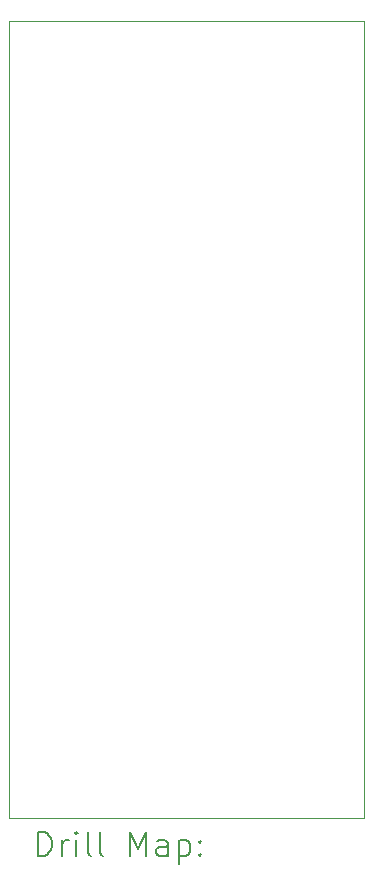
<source format=gbr>
%TF.GenerationSoftware,KiCad,Pcbnew,7.0.2-0*%
%TF.CreationDate,2023-05-29T19:59:55+02:00*%
%TF.ProjectId,shmoergh-funk-live-voice,73686d6f-6572-4676-982d-66756e6b2d6c,rev?*%
%TF.SameCoordinates,Original*%
%TF.FileFunction,Drillmap*%
%TF.FilePolarity,Positive*%
%FSLAX45Y45*%
G04 Gerber Fmt 4.5, Leading zero omitted, Abs format (unit mm)*
G04 Created by KiCad (PCBNEW 7.0.2-0) date 2023-05-29 19:59:55*
%MOMM*%
%LPD*%
G01*
G04 APERTURE LIST*
%ADD10C,0.100000*%
%ADD11C,0.200000*%
G04 APERTURE END LIST*
D10*
X12500000Y-5000000D02*
X15500000Y-5000000D01*
X15500000Y-11750000D01*
X12500000Y-11750000D01*
X12500000Y-5000000D01*
D11*
X12742619Y-12067524D02*
X12742619Y-11867524D01*
X12742619Y-11867524D02*
X12790238Y-11867524D01*
X12790238Y-11867524D02*
X12818809Y-11877048D01*
X12818809Y-11877048D02*
X12837857Y-11896095D01*
X12837857Y-11896095D02*
X12847381Y-11915143D01*
X12847381Y-11915143D02*
X12856905Y-11953238D01*
X12856905Y-11953238D02*
X12856905Y-11981809D01*
X12856905Y-11981809D02*
X12847381Y-12019905D01*
X12847381Y-12019905D02*
X12837857Y-12038952D01*
X12837857Y-12038952D02*
X12818809Y-12058000D01*
X12818809Y-12058000D02*
X12790238Y-12067524D01*
X12790238Y-12067524D02*
X12742619Y-12067524D01*
X12942619Y-12067524D02*
X12942619Y-11934190D01*
X12942619Y-11972286D02*
X12952143Y-11953238D01*
X12952143Y-11953238D02*
X12961667Y-11943714D01*
X12961667Y-11943714D02*
X12980714Y-11934190D01*
X12980714Y-11934190D02*
X12999762Y-11934190D01*
X13066428Y-12067524D02*
X13066428Y-11934190D01*
X13066428Y-11867524D02*
X13056905Y-11877048D01*
X13056905Y-11877048D02*
X13066428Y-11886571D01*
X13066428Y-11886571D02*
X13075952Y-11877048D01*
X13075952Y-11877048D02*
X13066428Y-11867524D01*
X13066428Y-11867524D02*
X13066428Y-11886571D01*
X13190238Y-12067524D02*
X13171190Y-12058000D01*
X13171190Y-12058000D02*
X13161667Y-12038952D01*
X13161667Y-12038952D02*
X13161667Y-11867524D01*
X13295000Y-12067524D02*
X13275952Y-12058000D01*
X13275952Y-12058000D02*
X13266428Y-12038952D01*
X13266428Y-12038952D02*
X13266428Y-11867524D01*
X13523571Y-12067524D02*
X13523571Y-11867524D01*
X13523571Y-11867524D02*
X13590238Y-12010381D01*
X13590238Y-12010381D02*
X13656905Y-11867524D01*
X13656905Y-11867524D02*
X13656905Y-12067524D01*
X13837857Y-12067524D02*
X13837857Y-11962762D01*
X13837857Y-11962762D02*
X13828333Y-11943714D01*
X13828333Y-11943714D02*
X13809286Y-11934190D01*
X13809286Y-11934190D02*
X13771190Y-11934190D01*
X13771190Y-11934190D02*
X13752143Y-11943714D01*
X13837857Y-12058000D02*
X13818809Y-12067524D01*
X13818809Y-12067524D02*
X13771190Y-12067524D01*
X13771190Y-12067524D02*
X13752143Y-12058000D01*
X13752143Y-12058000D02*
X13742619Y-12038952D01*
X13742619Y-12038952D02*
X13742619Y-12019905D01*
X13742619Y-12019905D02*
X13752143Y-12000857D01*
X13752143Y-12000857D02*
X13771190Y-11991333D01*
X13771190Y-11991333D02*
X13818809Y-11991333D01*
X13818809Y-11991333D02*
X13837857Y-11981809D01*
X13933095Y-11934190D02*
X13933095Y-12134190D01*
X13933095Y-11943714D02*
X13952143Y-11934190D01*
X13952143Y-11934190D02*
X13990238Y-11934190D01*
X13990238Y-11934190D02*
X14009286Y-11943714D01*
X14009286Y-11943714D02*
X14018809Y-11953238D01*
X14018809Y-11953238D02*
X14028333Y-11972286D01*
X14028333Y-11972286D02*
X14028333Y-12029428D01*
X14028333Y-12029428D02*
X14018809Y-12048476D01*
X14018809Y-12048476D02*
X14009286Y-12058000D01*
X14009286Y-12058000D02*
X13990238Y-12067524D01*
X13990238Y-12067524D02*
X13952143Y-12067524D01*
X13952143Y-12067524D02*
X13933095Y-12058000D01*
X14114048Y-12048476D02*
X14123571Y-12058000D01*
X14123571Y-12058000D02*
X14114048Y-12067524D01*
X14114048Y-12067524D02*
X14104524Y-12058000D01*
X14104524Y-12058000D02*
X14114048Y-12048476D01*
X14114048Y-12048476D02*
X14114048Y-12067524D01*
X14114048Y-11943714D02*
X14123571Y-11953238D01*
X14123571Y-11953238D02*
X14114048Y-11962762D01*
X14114048Y-11962762D02*
X14104524Y-11953238D01*
X14104524Y-11953238D02*
X14114048Y-11943714D01*
X14114048Y-11943714D02*
X14114048Y-11962762D01*
M02*

</source>
